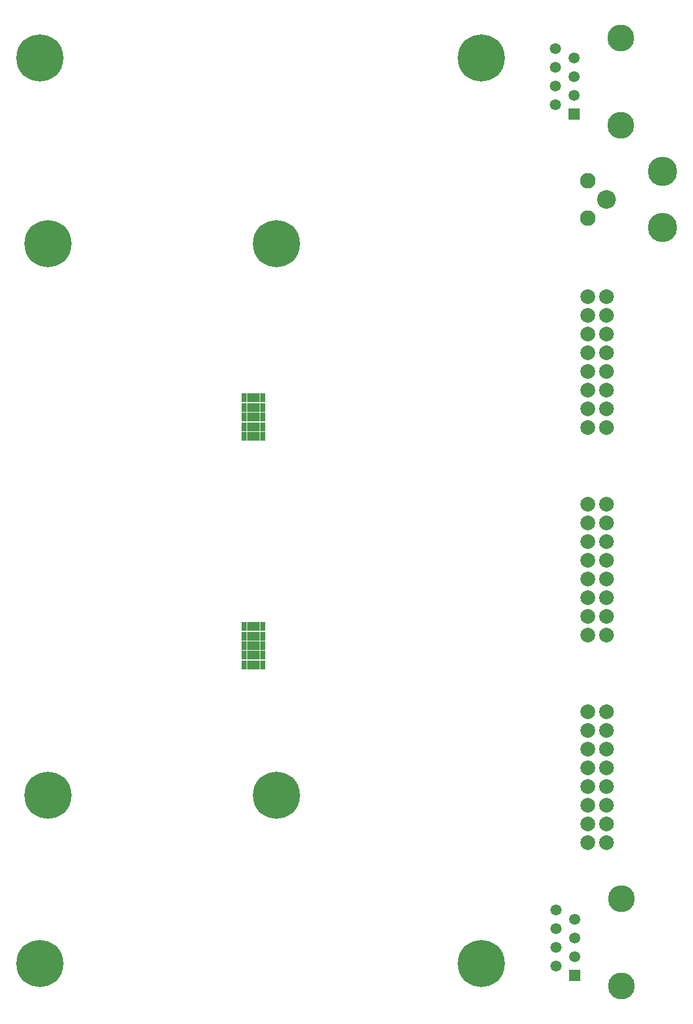
<source format=gbr>
%TF.GenerationSoftware,KiCad,Pcbnew,(5.1.8)-1*%
%TF.CreationDate,2022-01-30T22:11:29-05:00*%
%TF.ProjectId,ElectromagnetController_V3,456c6563-7472-46f6-9d61-676e6574436f,rev?*%
%TF.SameCoordinates,Original*%
%TF.FileFunction,Soldermask,Bot*%
%TF.FilePolarity,Negative*%
%FSLAX46Y46*%
G04 Gerber Fmt 4.6, Leading zero omitted, Abs format (unit mm)*
G04 Created by KiCad (PCBNEW (5.1.8)-1) date 2022-01-30 22:11:29*
%MOMM*%
%LPD*%
G01*
G04 APERTURE LIST*
%ADD10C,2.000000*%
%ADD11C,3.650000*%
%ADD12R,1.500000X1.500000*%
%ADD13C,1.500000*%
%ADD14C,6.400000*%
%ADD15C,2.108200*%
%ADD16C,3.987800*%
%ADD17C,2.540000*%
%ADD18R,0.800000X1.300000*%
%ADD19R,1.800000X1.300000*%
%ADD20C,0.800000*%
G04 APERTURE END LIST*
D10*
%TO.C,J9*%
X141986000Y-136652000D03*
X139446000Y-136652000D03*
X141986000Y-134112000D03*
X139446000Y-134112000D03*
X141986000Y-131572000D03*
X139446000Y-131572000D03*
X141986000Y-129032000D03*
X139446000Y-129032000D03*
X141986000Y-126492000D03*
X139446000Y-126492000D03*
X141986000Y-123952000D03*
X139446000Y-123952000D03*
X141986000Y-121412000D03*
X139446000Y-121412000D03*
X141986000Y-118872000D03*
X139446000Y-118872000D03*
%TD*%
%TO.C,J8*%
X141986000Y-108458000D03*
X139446000Y-108458000D03*
X141986000Y-105918000D03*
X139446000Y-105918000D03*
X141986000Y-103378000D03*
X139446000Y-103378000D03*
X141986000Y-100838000D03*
X139446000Y-100838000D03*
X141986000Y-98298000D03*
X139446000Y-98298000D03*
X141986000Y-95758000D03*
X139446000Y-95758000D03*
X141986000Y-93218000D03*
X139446000Y-93218000D03*
X141986000Y-90678000D03*
X139446000Y-90678000D03*
%TD*%
%TO.C,J1*%
X141986000Y-80200500D03*
X139446000Y-80200500D03*
X141986000Y-77660500D03*
X139446000Y-77660500D03*
X141986000Y-75120500D03*
X139446000Y-75120500D03*
X141986000Y-72580500D03*
X139446000Y-72580500D03*
X141986000Y-70040500D03*
X139446000Y-70040500D03*
X141986000Y-67500500D03*
X139446000Y-67500500D03*
X141986000Y-64960500D03*
X139446000Y-64960500D03*
X141986000Y-62420500D03*
X139446000Y-62420500D03*
%TD*%
D11*
%TO.C,J2*%
X144018000Y-144242500D03*
X144018000Y-156112500D03*
D12*
X137668000Y-154622500D03*
D13*
X135128000Y-153352500D03*
X137668000Y-152082500D03*
X135128000Y-150812500D03*
X137668000Y-149542500D03*
X135128000Y-148272500D03*
X137668000Y-147002500D03*
X135128000Y-145732500D03*
%TD*%
D14*
%TO.C,H8*%
X97155000Y-130175000D03*
%TD*%
%TO.C,H7*%
X97155000Y-55245000D03*
%TD*%
%TO.C,H6*%
X66040000Y-130175000D03*
%TD*%
%TO.C,H5*%
X66040000Y-55245000D03*
%TD*%
D15*
%TO.C,J3*%
X139446000Y-46736000D03*
X139446000Y-51816000D03*
D16*
X149606000Y-45466000D03*
X149606000Y-53086000D03*
D17*
X141986000Y-49276000D03*
%TD*%
D18*
%TO.C,U6*%
X95310000Y-107255000D03*
D19*
X94010000Y-112455000D03*
X94010000Y-111155000D03*
X94010000Y-107255000D03*
X94010000Y-108555000D03*
X94010000Y-109855000D03*
D18*
X92710000Y-107255000D03*
X92710000Y-108555000D03*
X92710000Y-109855000D03*
X92710000Y-111155000D03*
X92710000Y-112455000D03*
X95310000Y-112455000D03*
X95310000Y-111155000D03*
X95310000Y-109855000D03*
X95310000Y-108555000D03*
%TD*%
%TO.C,U2*%
X95310000Y-76200000D03*
D19*
X94010000Y-81400000D03*
X94010000Y-80100000D03*
X94010000Y-76200000D03*
X94010000Y-77500000D03*
X94010000Y-78800000D03*
D18*
X92710000Y-76200000D03*
X92710000Y-77500000D03*
X92710000Y-78800000D03*
X92710000Y-80100000D03*
X92710000Y-81400000D03*
X95310000Y-81400000D03*
X95310000Y-80100000D03*
X95310000Y-78800000D03*
X95310000Y-77500000D03*
%TD*%
D11*
%TO.C,J6*%
X143954500Y-27275500D03*
X143954500Y-39145500D03*
D12*
X137604500Y-37655500D03*
D13*
X135064500Y-36385500D03*
X137604500Y-35115500D03*
X135064500Y-33845500D03*
X137604500Y-32575500D03*
X135064500Y-31305500D03*
X137604500Y-30035500D03*
X135064500Y-28765500D03*
%TD*%
D14*
%TO.C,H4*%
X125000000Y-153000000D03*
D20*
X127400000Y-153000000D03*
X126697056Y-154697056D03*
X125000000Y-155400000D03*
X123302944Y-154697056D03*
X122600000Y-153000000D03*
X123302944Y-151302944D03*
X125000000Y-150600000D03*
X126697056Y-151302944D03*
%TD*%
D14*
%TO.C,H3*%
X125000000Y-30000000D03*
D20*
X127400000Y-30000000D03*
X126697056Y-31697056D03*
X125000000Y-32400000D03*
X123302944Y-31697056D03*
X122600000Y-30000000D03*
X123302944Y-28302944D03*
X125000000Y-27600000D03*
X126697056Y-28302944D03*
%TD*%
D14*
%TO.C,H2*%
X65000000Y-153000000D03*
D20*
X67400000Y-153000000D03*
X66697056Y-154697056D03*
X65000000Y-155400000D03*
X63302944Y-154697056D03*
X62600000Y-153000000D03*
X63302944Y-151302944D03*
X65000000Y-150600000D03*
X66697056Y-151302944D03*
%TD*%
D14*
%TO.C,H1*%
X65000000Y-30000000D03*
D20*
X67400000Y-30000000D03*
X66697056Y-31697056D03*
X65000000Y-32400000D03*
X63302944Y-31697056D03*
X62600000Y-30000000D03*
X63302944Y-28302944D03*
X65000000Y-27600000D03*
X66697056Y-28302944D03*
%TD*%
M02*

</source>
